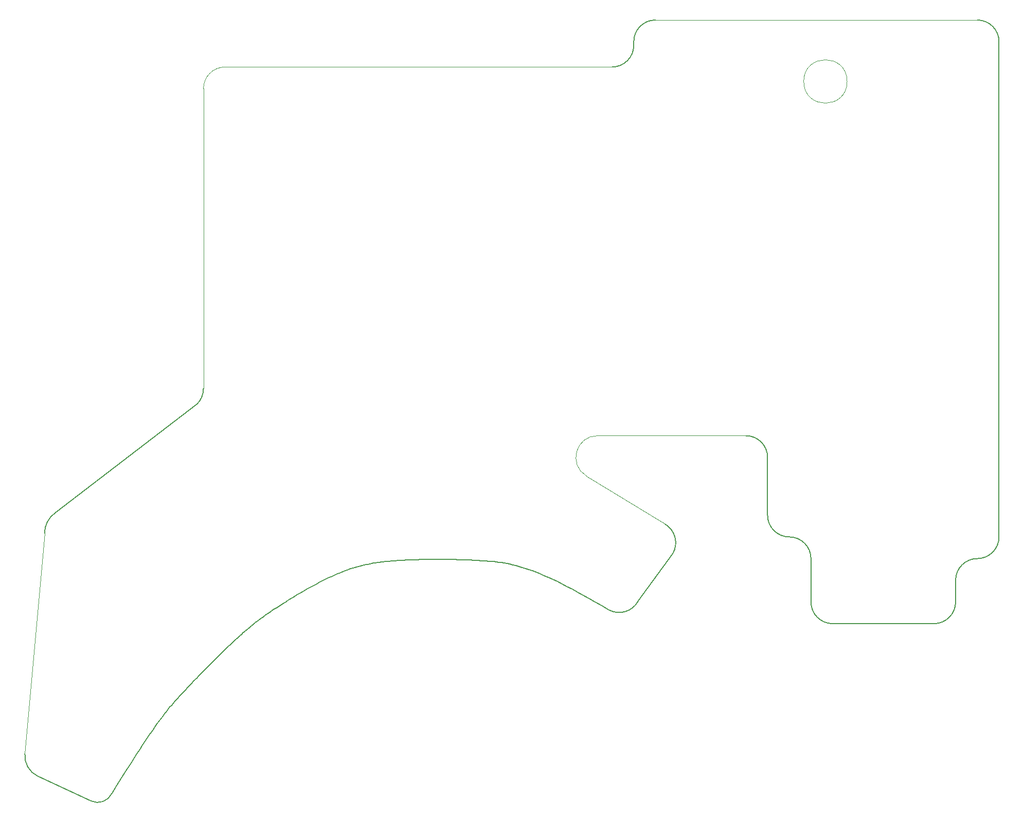
<source format=gbr>
%TF.GenerationSoftware,KiCad,Pcbnew,7.0.2*%
%TF.CreationDate,2023-05-17T13:24:13+02:00*%
%TF.ProjectId,mykeeb_v7a2_base,6d796b65-6562-45f7-9637-61325f626173,rev?*%
%TF.SameCoordinates,Original*%
%TF.FileFunction,Profile,NP*%
%FSLAX46Y46*%
G04 Gerber Fmt 4.6, Leading zero omitted, Abs format (unit mm)*
G04 Created by KiCad (PCBNEW 7.0.2) date 2023-05-17 13:24:13*
%MOMM*%
%LPD*%
G01*
G04 APERTURE LIST*
%TA.AperFunction,Profile*%
%ADD10C,0.160000*%
%TD*%
%ADD11C,0.160000*%
%TA.AperFunction,Profile*%
%ADD12C,0.100000*%
%TD*%
G04 APERTURE END LIST*
D10*
X177403194Y-238125172D02*
G75*
G03*
X180975072Y-234553323I6J3571872D01*
G01*
X150018717Y-245269005D02*
G75*
G03*
X153590722Y-248840883I3571883J5D01*
G01*
D11*
X47046763Y-259720287D02*
X46792660Y-259988886D01*
X46541263Y-260256396D01*
X46291498Y-260524636D01*
X46042294Y-260795427D01*
X45792579Y-261070586D01*
X45541281Y-261351934D01*
X45287326Y-261641290D01*
X45029644Y-261940472D01*
X44767162Y-262251301D01*
X44498807Y-262575596D01*
X44223507Y-262915176D01*
X43940191Y-263271859D01*
X43647786Y-263647467D01*
X43345220Y-264043818D01*
X43031421Y-264462730D01*
X42705316Y-264906025D01*
X42365834Y-265375520D01*
X42011901Y-265873035D01*
X41642447Y-266400390D01*
X41256399Y-266959404D01*
X40852684Y-267551896D01*
X40430230Y-268179686D01*
X39987966Y-268844592D01*
X39524819Y-269548435D01*
X39039717Y-270293033D01*
X38531587Y-271080205D01*
X37999358Y-271911772D01*
X37441957Y-272789552D01*
X36858313Y-273715365D01*
X36247352Y-274691030D01*
X35608003Y-275718366D01*
X34939194Y-276799194D01*
D12*
X114895409Y-217884566D02*
G75*
G03*
X113057693Y-224519295I1J-3571874D01*
G01*
X113057693Y-224519295D02*
X125965372Y-232424545D01*
D10*
X25654149Y-230550690D02*
X48960066Y-212671218D01*
X48960073Y-212671225D02*
G75*
G03*
X50006260Y-210145522I-2525973J2525825D01*
G01*
X142875142Y-221456469D02*
G75*
G03*
X139303242Y-217884558I-3571842J69D01*
G01*
X180974952Y-152995726D02*
G75*
G03*
X177402958Y-149423848I-3571852J26D01*
G01*
D12*
X155971762Y-159544000D02*
G75*
G03*
X155971762Y-159544000I-3571762J0D01*
G01*
D11*
X62474929Y-245928453D02*
X62217901Y-246094182D01*
X61967469Y-246256734D01*
X61723251Y-246416415D01*
X61484867Y-246573536D01*
X61251933Y-246728405D01*
X61024069Y-246881331D01*
X60800894Y-247032622D01*
X60582025Y-247182588D01*
X60367081Y-247331538D01*
X60155681Y-247479779D01*
X59947443Y-247627622D01*
X59741984Y-247775375D01*
X59538925Y-247923346D01*
X59337883Y-248071845D01*
X59138477Y-248221180D01*
X58940325Y-248371661D01*
X58743045Y-248523596D01*
X58546256Y-248677294D01*
X58349577Y-248833063D01*
X58152626Y-248991213D01*
X57955021Y-249152053D01*
X57756380Y-249315891D01*
X57556323Y-249483036D01*
X57354468Y-249653796D01*
X57150432Y-249828482D01*
X56943836Y-250007402D01*
X56734296Y-250190864D01*
X56521431Y-250379177D01*
X56304860Y-250572650D01*
X56084202Y-250771592D01*
X55859074Y-250976313D01*
X55629096Y-251187120D01*
D12*
X23854315Y-233958009D02*
X20611890Y-270253335D01*
D10*
X177403194Y-238125216D02*
G75*
G03*
X173831316Y-241697078I6J-3571884D01*
G01*
X121527880Y-245216529D02*
X127272811Y-237303844D01*
X117276661Y-157162739D02*
G75*
G03*
X120848539Y-153590787I-261J3572139D01*
G01*
X22790864Y-274006712D02*
X31469291Y-278042331D01*
X150018778Y-238125200D02*
G75*
G03*
X146446919Y-234553322I-3571778J100D01*
G01*
X153590722Y-248840883D02*
X170259486Y-248840930D01*
X180974883Y-152995726D02*
X180975072Y-234553323D01*
X150018797Y-245269005D02*
X150018844Y-238125200D01*
X173831364Y-245269005D02*
X173831316Y-241697078D01*
X142875088Y-221456469D02*
X142874994Y-230981444D01*
D12*
X50006292Y-160734510D02*
X50006260Y-210145522D01*
D11*
X72694763Y-240372620D02*
X72367797Y-240505696D01*
X72038233Y-240644295D01*
X71706378Y-240788124D01*
X71372542Y-240936895D01*
X71037033Y-241090315D01*
X70700161Y-241248095D01*
X70362234Y-241409943D01*
X70023562Y-241575570D01*
X69684452Y-241744684D01*
X69345215Y-241916996D01*
X69006159Y-242092213D01*
X68667593Y-242270046D01*
X68329826Y-242450205D01*
X67993167Y-242632397D01*
X67657925Y-242816334D01*
X67324408Y-243001724D01*
X66992926Y-243188276D01*
X66663788Y-243375700D01*
X66337302Y-243563706D01*
X66013777Y-243752003D01*
X65693523Y-243940299D01*
X65376849Y-244128305D01*
X65064062Y-244315730D01*
X64755473Y-244502283D01*
X64451390Y-244687674D01*
X64152122Y-244871612D01*
X63857977Y-245053807D01*
X63569266Y-245233967D01*
X63286297Y-245411802D01*
X63009378Y-245587022D01*
X62738819Y-245759335D01*
X62474929Y-245928453D01*
D10*
X116648626Y-246523568D02*
G75*
G03*
X121527879Y-245216529I1786074J3093268D01*
G01*
D12*
X177402958Y-149423848D02*
X124420417Y-149423563D01*
D10*
X25654149Y-230550690D02*
G75*
G03*
X23854315Y-233958009I2325351J-3407330D01*
G01*
D11*
X116648596Y-246523620D02*
X115554790Y-245872955D01*
X114504862Y-245259510D01*
X113497339Y-244682140D01*
X112530749Y-244139702D01*
X111603622Y-243631051D01*
X110714484Y-243155042D01*
X109861865Y-242710531D01*
X109044293Y-242296373D01*
X108260297Y-241911426D01*
X107508403Y-241554543D01*
X106787142Y-241224580D01*
X106095041Y-240920394D01*
X105430628Y-240640840D01*
X104792432Y-240384774D01*
X104178981Y-240151050D01*
X103588804Y-239938526D01*
X103020428Y-239746056D01*
X102472383Y-239572496D01*
X101943196Y-239416701D01*
X101431395Y-239277528D01*
X100935510Y-239153832D01*
X100454068Y-239044469D01*
X99985597Y-238948294D01*
X99528627Y-238864162D01*
X99081685Y-238790931D01*
X98643299Y-238727454D01*
X98211999Y-238672589D01*
X97786312Y-238625189D01*
X97364766Y-238584112D01*
X96945891Y-238548213D01*
X96528213Y-238516347D01*
X96110263Y-238487370D01*
X83013263Y-238388120D02*
X82653071Y-238407335D01*
X82297859Y-238427858D01*
X81947371Y-238449835D01*
X81601353Y-238473411D01*
X81259551Y-238498732D01*
X80921711Y-238525942D01*
X80587577Y-238555187D01*
X80256895Y-238586612D01*
X79929412Y-238620362D01*
X79604872Y-238656583D01*
X79283021Y-238695420D01*
X78963605Y-238737019D01*
X78646369Y-238781524D01*
X78331060Y-238829081D01*
X78017421Y-238879835D01*
X77705200Y-238933932D01*
X77394141Y-238991517D01*
X77083990Y-239052734D01*
X76774494Y-239117730D01*
X76465396Y-239186650D01*
X76156443Y-239259638D01*
X75847381Y-239336841D01*
X75537955Y-239418404D01*
X75227911Y-239504471D01*
X74916993Y-239595189D01*
X74604949Y-239690701D01*
X74291523Y-239791155D01*
X73976461Y-239896695D01*
X73659508Y-240007466D01*
X73340410Y-240123613D01*
X73018913Y-240245283D01*
X72694763Y-240372620D01*
D10*
X127272781Y-237303827D02*
G75*
G03*
X125965372Y-232424545I-3093381J1785927D01*
G01*
X20611891Y-270253335D02*
G75*
G03*
X22790864Y-274006710I3777209J-316365D01*
G01*
D12*
X53578170Y-157162592D02*
G75*
G03*
X50006292Y-160734510I30J-3571908D01*
G01*
D11*
X55629096Y-251187120D02*
X55393995Y-251404222D01*
X55153944Y-251627429D01*
X54909223Y-251856450D01*
X54660114Y-252090995D01*
X54406900Y-252330772D01*
X54149860Y-252575491D01*
X53889278Y-252824861D01*
X53625434Y-253078591D01*
X53358610Y-253336391D01*
X53089088Y-253597969D01*
X52817149Y-253863036D01*
X52543074Y-254131300D01*
X52267146Y-254402471D01*
X51989645Y-254676258D01*
X51710854Y-254952369D01*
X51431054Y-255230515D01*
X51150526Y-255510405D01*
X50869552Y-255791748D01*
X50588414Y-256074253D01*
X50307393Y-256357629D01*
X50026771Y-256641586D01*
X49746829Y-256925833D01*
X49467848Y-257210079D01*
X49190111Y-257494034D01*
X48913899Y-257777406D01*
X48639493Y-258059905D01*
X48367176Y-258341241D01*
X48097228Y-258621122D01*
X47829931Y-258899258D01*
X47565567Y-259175358D01*
X47304417Y-259449131D01*
X47046763Y-259720287D01*
D10*
X124420417Y-149423559D02*
G75*
G03*
X120848539Y-152995488I13J-3571891D01*
G01*
D11*
X96110263Y-238487370D02*
X95690848Y-238460325D01*
X95269907Y-238435006D01*
X94847656Y-238411396D01*
X94424315Y-238389476D01*
X94000101Y-238369228D01*
X93575232Y-238350634D01*
X93149927Y-238333676D01*
X92724403Y-238318334D01*
X92298878Y-238304592D01*
X91873572Y-238292431D01*
X91448700Y-238281833D01*
X91024483Y-238272780D01*
X90601137Y-238265253D01*
X90178882Y-238259235D01*
X89757934Y-238254707D01*
X89338512Y-238251651D01*
X88920835Y-238250048D01*
X88505119Y-238249882D01*
X88091584Y-238251133D01*
X87680448Y-238253783D01*
X87271928Y-238257814D01*
X86866242Y-238263209D01*
X86463609Y-238269948D01*
X86064247Y-238278014D01*
X85668373Y-238287388D01*
X85276207Y-238298053D01*
X84887965Y-238309990D01*
X84503866Y-238323181D01*
X84124128Y-238337607D01*
X83748970Y-238353251D01*
X83378608Y-238370095D01*
X83013263Y-238388120D01*
D10*
X31469305Y-278042301D02*
G75*
G03*
X34939194Y-276799194I1105795J2377701D01*
G01*
D12*
X139303242Y-217884558D02*
X114895409Y-217884559D01*
D10*
X120848539Y-153590754D02*
X120848539Y-152995488D01*
X142874978Y-230981444D02*
G75*
G03*
X146446919Y-234553322I3572022J144D01*
G01*
X170259486Y-248840964D02*
G75*
G03*
X173831364Y-245269005I14J3571864D01*
G01*
D12*
X117276661Y-157162712D02*
X53578170Y-157162632D01*
M02*

</source>
